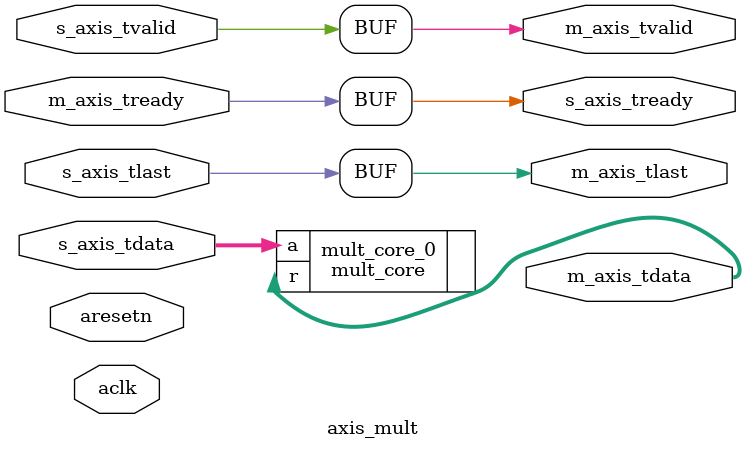
<source format=v>
module axis_mult
    (
        // ### Clock and reset signals #########################################
        input  wire        aclk,
        input  wire        aresetn,
        // ### AXI4-stream slave signals #######################################
        output wire        s_axis_tready,
        input wire [31:0]  s_axis_tdata,
        input wire         s_axis_tvalid,
        input wire         s_axis_tlast,
        // ### AXI4-stream master signals ######################################
        input wire         m_axis_tready,
        output wire [31:0] m_axis_tdata,
        output wire        m_axis_tvalid,
        output wire        m_axis_tlast
    );
    
    assign s_axis_tready = m_axis_tready;
    assign m_axis_tvalid = s_axis_tvalid;
    assign m_axis_tlast = s_axis_tlast;
    
    mult_core mult_core_0
    (
        .a(s_axis_tdata),
        .r(m_axis_tdata)    
    );
   
endmodule

</source>
